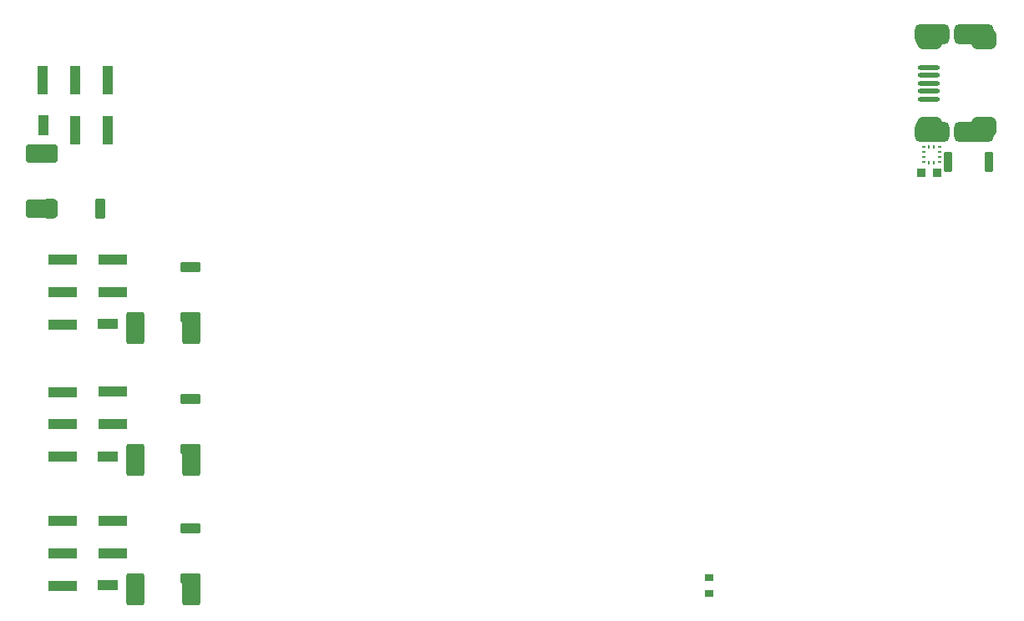
<source format=gtp>
G04*
G04 #@! TF.GenerationSoftware,Altium Limited,Altium Designer,20.2.7 (254)*
G04*
G04 Layer_Color=8421504*
%FSLAX25Y25*%
%MOIN*%
G70*
G04*
G04 #@! TF.SameCoordinates,69BB3710-89EE-4534-A0DB-451B00BB9E09*
G04*
G04*
G04 #@! TF.FilePolarity,Positive*
G04*
G01*
G75*
G04:AMPARAMS|DCode=19|XSize=78.74mil|YSize=98.43mil|CornerRadius=19.68mil|HoleSize=0mil|Usage=FLASHONLY|Rotation=270.000|XOffset=0mil|YOffset=0mil|HoleType=Round|Shape=RoundedRectangle|*
%AMROUNDEDRECTD19*
21,1,0.07874,0.05906,0,0,270.0*
21,1,0.03937,0.09843,0,0,270.0*
1,1,0.03937,-0.02953,-0.01968*
1,1,0.03937,-0.02953,0.01968*
1,1,0.03937,0.02953,0.01968*
1,1,0.03937,0.02953,-0.01968*
%
%ADD19ROUNDEDRECTD19*%
%ADD20O,0.08858X0.01968*%
G04:AMPARAMS|DCode=21|XSize=80.71mil|YSize=157.48mil|CornerRadius=20.18mil|HoleSize=0mil|Usage=FLASHONLY|Rotation=90.000|XOffset=0mil|YOffset=0mil|HoleType=Round|Shape=RoundedRectangle|*
%AMROUNDEDRECTD21*
21,1,0.08071,0.11713,0,0,90.0*
21,1,0.04035,0.15748,0,0,90.0*
1,1,0.04035,0.05856,0.02018*
1,1,0.04035,0.05856,-0.02018*
1,1,0.04035,-0.05856,-0.02018*
1,1,0.04035,-0.05856,0.02018*
%
%ADD21ROUNDEDRECTD21*%
G04:AMPARAMS|DCode=22|XSize=80.71mil|YSize=137.8mil|CornerRadius=20.18mil|HoleSize=0mil|Usage=FLASHONLY|Rotation=90.000|XOffset=0mil|YOffset=0mil|HoleType=Round|Shape=RoundedRectangle|*
%AMROUNDEDRECTD22*
21,1,0.08071,0.09744,0,0,90.0*
21,1,0.04035,0.13780,0,0,90.0*
1,1,0.04035,0.04872,0.02018*
1,1,0.04035,0.04872,-0.02018*
1,1,0.04035,-0.04872,-0.02018*
1,1,0.04035,-0.04872,0.02018*
%
%ADD22ROUNDEDRECTD22*%
G04:AMPARAMS|DCode=23|XSize=41.34mil|YSize=78.74mil|CornerRadius=4.13mil|HoleSize=0mil|Usage=FLASHONLY|Rotation=90.000|XOffset=0mil|YOffset=0mil|HoleType=Round|Shape=RoundedRectangle|*
%AMROUNDEDRECTD23*
21,1,0.04134,0.07047,0,0,90.0*
21,1,0.03307,0.07874,0,0,90.0*
1,1,0.00827,0.03524,0.01654*
1,1,0.00827,0.03524,-0.01654*
1,1,0.00827,-0.03524,-0.01654*
1,1,0.00827,-0.03524,0.01654*
%
%ADD23ROUNDEDRECTD23*%
%ADD24R,0.11811X0.03937*%
%ADD25R,0.07874X0.03937*%
G04:AMPARAMS|DCode=26|XSize=41.34mil|YSize=78.74mil|CornerRadius=4.13mil|HoleSize=0mil|Usage=FLASHONLY|Rotation=0.000|XOffset=0mil|YOffset=0mil|HoleType=Round|Shape=RoundedRectangle|*
%AMROUNDEDRECTD26*
21,1,0.04134,0.07047,0,0,0.0*
21,1,0.03307,0.07874,0,0,0.0*
1,1,0.00827,0.01654,-0.03524*
1,1,0.00827,-0.01654,-0.03524*
1,1,0.00827,-0.01654,0.03524*
1,1,0.00827,0.01654,0.03524*
%
%ADD26ROUNDEDRECTD26*%
%ADD27R,0.03937X0.11811*%
%ADD28R,0.03937X0.07874*%
%ADD29R,0.01378X0.00984*%
%ADD30R,0.00984X0.01378*%
G04:AMPARAMS|DCode=31|XSize=33.47mil|YSize=33.47mil|CornerRadius=3.35mil|HoleSize=0mil|Usage=FLASHONLY|Rotation=180.000|XOffset=0mil|YOffset=0mil|HoleType=Round|Shape=RoundedRectangle|*
%AMROUNDEDRECTD31*
21,1,0.03347,0.02677,0,0,180.0*
21,1,0.02677,0.03347,0,0,180.0*
1,1,0.00669,-0.01339,0.01339*
1,1,0.00669,0.01339,0.01339*
1,1,0.00669,0.01339,-0.01339*
1,1,0.00669,-0.01339,-0.01339*
%
%ADD31ROUNDEDRECTD31*%
G04:AMPARAMS|DCode=32|XSize=125.98mil|YSize=70.87mil|CornerRadius=7.09mil|HoleSize=0mil|Usage=FLASHONLY|Rotation=270.000|XOffset=0mil|YOffset=0mil|HoleType=Round|Shape=RoundedRectangle|*
%AMROUNDEDRECTD32*
21,1,0.12598,0.05669,0,0,270.0*
21,1,0.11181,0.07087,0,0,270.0*
1,1,0.01417,-0.02835,-0.05591*
1,1,0.01417,-0.02835,0.05591*
1,1,0.01417,0.02835,0.05591*
1,1,0.01417,0.02835,-0.05591*
%
%ADD32ROUNDEDRECTD32*%
G04:AMPARAMS|DCode=33|XSize=31.5mil|YSize=78.74mil|CornerRadius=3.15mil|HoleSize=0mil|Usage=FLASHONLY|Rotation=180.000|XOffset=0mil|YOffset=0mil|HoleType=Round|Shape=RoundedRectangle|*
%AMROUNDEDRECTD33*
21,1,0.03150,0.07244,0,0,180.0*
21,1,0.02520,0.07874,0,0,180.0*
1,1,0.00630,-0.01260,0.03622*
1,1,0.00630,0.01260,0.03622*
1,1,0.00630,0.01260,-0.03622*
1,1,0.00630,-0.01260,-0.03622*
%
%ADD33ROUNDEDRECTD33*%
G04:AMPARAMS|DCode=34|XSize=27.56mil|YSize=36.22mil|CornerRadius=2.76mil|HoleSize=0mil|Usage=FLASHONLY|Rotation=270.000|XOffset=0mil|YOffset=0mil|HoleType=Round|Shape=RoundedRectangle|*
%AMROUNDEDRECTD34*
21,1,0.02756,0.03071,0,0,270.0*
21,1,0.02205,0.03622,0,0,270.0*
1,1,0.00551,-0.01535,-0.01102*
1,1,0.00551,-0.01535,0.01102*
1,1,0.00551,0.01535,0.01102*
1,1,0.00551,0.01535,-0.01102*
%
%ADD34ROUNDEDRECTD34*%
G04:AMPARAMS|DCode=35|XSize=125.98mil|YSize=70.87mil|CornerRadius=7.09mil|HoleSize=0mil|Usage=FLASHONLY|Rotation=180.000|XOffset=0mil|YOffset=0mil|HoleType=Round|Shape=RoundedRectangle|*
%AMROUNDEDRECTD35*
21,1,0.12598,0.05669,0,0,180.0*
21,1,0.11181,0.07087,0,0,180.0*
1,1,0.01417,-0.05591,0.02835*
1,1,0.01417,0.05591,0.02835*
1,1,0.01417,0.05591,-0.02835*
1,1,0.01417,-0.05591,-0.02835*
%
%ADD35ROUNDEDRECTD35*%
D19*
X364642Y311221D02*
D03*
X386098D02*
D03*
Y276181D02*
D03*
X364642D02*
D03*
D20*
X364268Y300000D02*
D03*
Y296850D02*
D03*
Y287402D02*
D03*
Y290551D02*
D03*
Y293701D02*
D03*
D21*
X382279Y274311D02*
D03*
Y313091D02*
D03*
D22*
X365547Y274311D02*
D03*
Y313091D02*
D03*
D23*
X69685Y115905D02*
D03*
X69685Y95906D02*
D03*
X69685Y167480D02*
D03*
X69685Y147480D02*
D03*
X69685Y220236D02*
D03*
X69685Y200236D02*
D03*
D24*
X18602Y93012D02*
D03*
Y105905D02*
D03*
Y118799D02*
D03*
X38484Y106004D02*
D03*
Y118898D02*
D03*
X18602Y144587D02*
D03*
Y157480D02*
D03*
Y170374D02*
D03*
X38484Y157579D02*
D03*
Y170472D02*
D03*
X18602Y197343D02*
D03*
Y210236D02*
D03*
Y223130D02*
D03*
X38484Y210335D02*
D03*
Y223228D02*
D03*
D25*
X36515Y93110D02*
D03*
Y144685D02*
D03*
Y197441D02*
D03*
D26*
X33622Y243701D02*
D03*
X13622Y243701D02*
D03*
D27*
X10728Y294783D02*
D03*
X23622D02*
D03*
X36516D02*
D03*
X23720Y274902D02*
D03*
X36614D02*
D03*
D28*
X10827Y276870D02*
D03*
D29*
X362205Y266142D02*
D03*
Y264173D02*
D03*
Y268110D02*
D03*
Y262205D02*
D03*
X368504Y268110D02*
D03*
Y266142D02*
D03*
Y264173D02*
D03*
Y262205D02*
D03*
D30*
X364370Y268307D02*
D03*
X366339D02*
D03*
Y262008D02*
D03*
X364370D02*
D03*
D31*
X367480Y257776D02*
D03*
X361260D02*
D03*
D32*
X69784Y91732D02*
D03*
X47736D02*
D03*
Y196063D02*
D03*
X69784D02*
D03*
X47736Y143307D02*
D03*
X69784D02*
D03*
D33*
X388387Y262319D02*
D03*
X371851D02*
D03*
D34*
X276673Y96260D02*
D03*
Y89961D02*
D03*
D35*
X10236Y243602D02*
D03*
Y265650D02*
D03*
M02*

</source>
